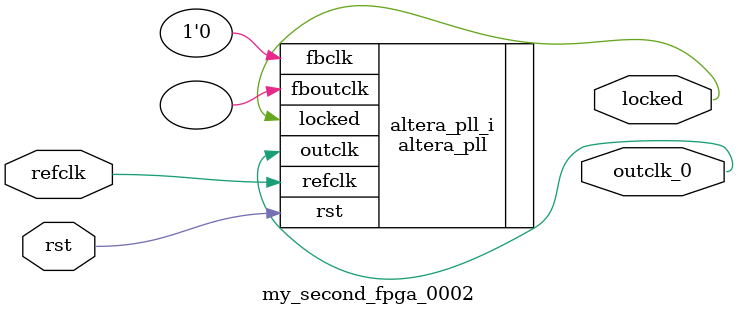
<source format=v>
`timescale 1ns/10ps
module  my_second_fpga_0002(

	// interface 'refclk'
	input wire refclk,

	// interface 'reset'
	input wire rst,

	// interface 'outclk0'
	output wire outclk_0,

	// interface 'locked'
	output wire locked
);

	altera_pll #(
		.fractional_vco_multiplier("false"),
		.reference_clock_frequency("50.0 MHz"),
		.operation_mode("direct"),
		.number_of_clocks(1),
		.output_clock_frequency0("5.000000 MHz"),
		.phase_shift0("0 ps"),
		.duty_cycle0(50),
		.output_clock_frequency1("0 MHz"),
		.phase_shift1("0 ps"),
		.duty_cycle1(50),
		.output_clock_frequency2("0 MHz"),
		.phase_shift2("0 ps"),
		.duty_cycle2(50),
		.output_clock_frequency3("0 MHz"),
		.phase_shift3("0 ps"),
		.duty_cycle3(50),
		.output_clock_frequency4("0 MHz"),
		.phase_shift4("0 ps"),
		.duty_cycle4(50),
		.output_clock_frequency5("0 MHz"),
		.phase_shift5("0 ps"),
		.duty_cycle5(50),
		.output_clock_frequency6("0 MHz"),
		.phase_shift6("0 ps"),
		.duty_cycle6(50),
		.output_clock_frequency7("0 MHz"),
		.phase_shift7("0 ps"),
		.duty_cycle7(50),
		.output_clock_frequency8("0 MHz"),
		.phase_shift8("0 ps"),
		.duty_cycle8(50),
		.output_clock_frequency9("0 MHz"),
		.phase_shift9("0 ps"),
		.duty_cycle9(50),
		.output_clock_frequency10("0 MHz"),
		.phase_shift10("0 ps"),
		.duty_cycle10(50),
		.output_clock_frequency11("0 MHz"),
		.phase_shift11("0 ps"),
		.duty_cycle11(50),
		.output_clock_frequency12("0 MHz"),
		.phase_shift12("0 ps"),
		.duty_cycle12(50),
		.output_clock_frequency13("0 MHz"),
		.phase_shift13("0 ps"),
		.duty_cycle13(50),
		.output_clock_frequency14("0 MHz"),
		.phase_shift14("0 ps"),
		.duty_cycle14(50),
		.output_clock_frequency15("0 MHz"),
		.phase_shift15("0 ps"),
		.duty_cycle15(50),
		.output_clock_frequency16("0 MHz"),
		.phase_shift16("0 ps"),
		.duty_cycle16(50),
		.output_clock_frequency17("0 MHz"),
		.phase_shift17("0 ps"),
		.duty_cycle17(50),
		.pll_type("General"),
		.pll_subtype("General")
	) altera_pll_i (
		.rst	(rst),
		.outclk	({outclk_0}),
		.locked	(locked),
		.fboutclk	( ),
		.fbclk	(1'b0),
		.refclk	(refclk)
	);
endmodule


</source>
